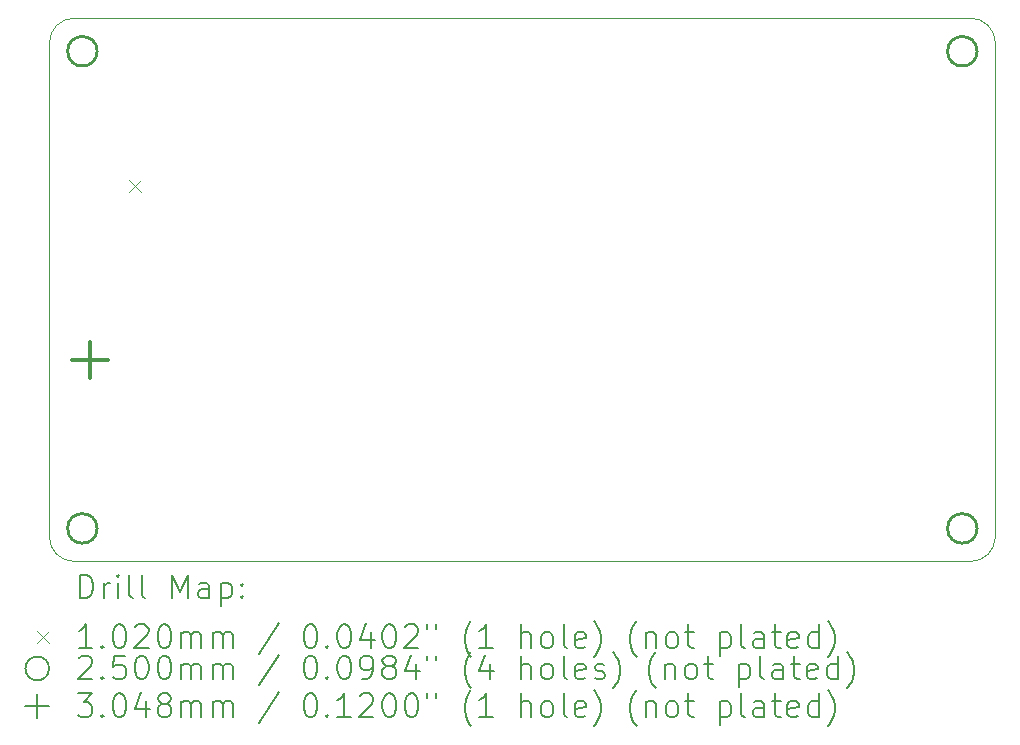
<source format=gbr>
%TF.GenerationSoftware,KiCad,Pcbnew,9.0.3*%
%TF.CreationDate,2025-08-14T10:37:31-07:00*%
%TF.ProjectId,PD Board,50442042-6f61-4726-942e-6b696361645f,rev?*%
%TF.SameCoordinates,Original*%
%TF.FileFunction,Drillmap*%
%TF.FilePolarity,Positive*%
%FSLAX45Y45*%
G04 Gerber Fmt 4.5, Leading zero omitted, Abs format (unit mm)*
G04 Created by KiCad (PCBNEW 9.0.3) date 2025-08-14 10:37:31*
%MOMM*%
%LPD*%
G01*
G04 APERTURE LIST*
%ADD10C,0.038100*%
%ADD11C,0.200000*%
%ADD12C,0.102000*%
%ADD13C,0.250000*%
%ADD14C,0.304800*%
G04 APERTURE END LIST*
D10*
X17000000Y-13690000D02*
G75*
G02*
X16790000Y-13900000I-210000J0D01*
G01*
X9200000Y-9300000D02*
X16790000Y-9300000D01*
X16790000Y-9300000D02*
G75*
G02*
X17000000Y-9510000I0J-210000D01*
G01*
X16790000Y-13900000D02*
X9200000Y-13900000D01*
X17000000Y-9510000D02*
X17000000Y-13690000D01*
X8990000Y-9510000D02*
G75*
G02*
X9200000Y-9300000I210000J0D01*
G01*
X8990000Y-13690000D02*
X8990000Y-9510000D01*
X9200000Y-13900000D02*
G75*
G02*
X8990000Y-13690000I0J210000D01*
G01*
D11*
D12*
X9665000Y-10673000D02*
X9767000Y-10775000D01*
X9767000Y-10673000D02*
X9665000Y-10775000D01*
D13*
X9395000Y-9580000D02*
G75*
G02*
X9145000Y-9580000I-125000J0D01*
G01*
X9145000Y-9580000D02*
G75*
G02*
X9395000Y-9580000I125000J0D01*
G01*
X9395000Y-13620000D02*
G75*
G02*
X9145000Y-13620000I-125000J0D01*
G01*
X9145000Y-13620000D02*
G75*
G02*
X9395000Y-13620000I125000J0D01*
G01*
X16845000Y-9580000D02*
G75*
G02*
X16595000Y-9580000I-125000J0D01*
G01*
X16595000Y-9580000D02*
G75*
G02*
X16845000Y-9580000I125000J0D01*
G01*
X16845000Y-13620000D02*
G75*
G02*
X16595000Y-13620000I-125000J0D01*
G01*
X16595000Y-13620000D02*
G75*
G02*
X16845000Y-13620000I125000J0D01*
G01*
D14*
X9334890Y-12044260D02*
X9334890Y-12349060D01*
X9182490Y-12196660D02*
X9487290Y-12196660D01*
D11*
X9248872Y-14213389D02*
X9248872Y-14013389D01*
X9248872Y-14013389D02*
X9296491Y-14013389D01*
X9296491Y-14013389D02*
X9325062Y-14022913D01*
X9325062Y-14022913D02*
X9344110Y-14041960D01*
X9344110Y-14041960D02*
X9353634Y-14061008D01*
X9353634Y-14061008D02*
X9363158Y-14099103D01*
X9363158Y-14099103D02*
X9363158Y-14127674D01*
X9363158Y-14127674D02*
X9353634Y-14165770D01*
X9353634Y-14165770D02*
X9344110Y-14184817D01*
X9344110Y-14184817D02*
X9325062Y-14203865D01*
X9325062Y-14203865D02*
X9296491Y-14213389D01*
X9296491Y-14213389D02*
X9248872Y-14213389D01*
X9448872Y-14213389D02*
X9448872Y-14080055D01*
X9448872Y-14118151D02*
X9458396Y-14099103D01*
X9458396Y-14099103D02*
X9467919Y-14089579D01*
X9467919Y-14089579D02*
X9486967Y-14080055D01*
X9486967Y-14080055D02*
X9506015Y-14080055D01*
X9572681Y-14213389D02*
X9572681Y-14080055D01*
X9572681Y-14013389D02*
X9563158Y-14022913D01*
X9563158Y-14022913D02*
X9572681Y-14032436D01*
X9572681Y-14032436D02*
X9582205Y-14022913D01*
X9582205Y-14022913D02*
X9572681Y-14013389D01*
X9572681Y-14013389D02*
X9572681Y-14032436D01*
X9696491Y-14213389D02*
X9677443Y-14203865D01*
X9677443Y-14203865D02*
X9667919Y-14184817D01*
X9667919Y-14184817D02*
X9667919Y-14013389D01*
X9801253Y-14213389D02*
X9782205Y-14203865D01*
X9782205Y-14203865D02*
X9772681Y-14184817D01*
X9772681Y-14184817D02*
X9772681Y-14013389D01*
X10029824Y-14213389D02*
X10029824Y-14013389D01*
X10029824Y-14013389D02*
X10096491Y-14156246D01*
X10096491Y-14156246D02*
X10163158Y-14013389D01*
X10163158Y-14013389D02*
X10163158Y-14213389D01*
X10344110Y-14213389D02*
X10344110Y-14108627D01*
X10344110Y-14108627D02*
X10334586Y-14089579D01*
X10334586Y-14089579D02*
X10315539Y-14080055D01*
X10315539Y-14080055D02*
X10277443Y-14080055D01*
X10277443Y-14080055D02*
X10258396Y-14089579D01*
X10344110Y-14203865D02*
X10325062Y-14213389D01*
X10325062Y-14213389D02*
X10277443Y-14213389D01*
X10277443Y-14213389D02*
X10258396Y-14203865D01*
X10258396Y-14203865D02*
X10248872Y-14184817D01*
X10248872Y-14184817D02*
X10248872Y-14165770D01*
X10248872Y-14165770D02*
X10258396Y-14146722D01*
X10258396Y-14146722D02*
X10277443Y-14137198D01*
X10277443Y-14137198D02*
X10325062Y-14137198D01*
X10325062Y-14137198D02*
X10344110Y-14127674D01*
X10439348Y-14080055D02*
X10439348Y-14280055D01*
X10439348Y-14089579D02*
X10458396Y-14080055D01*
X10458396Y-14080055D02*
X10496491Y-14080055D01*
X10496491Y-14080055D02*
X10515539Y-14089579D01*
X10515539Y-14089579D02*
X10525062Y-14099103D01*
X10525062Y-14099103D02*
X10534586Y-14118151D01*
X10534586Y-14118151D02*
X10534586Y-14175293D01*
X10534586Y-14175293D02*
X10525062Y-14194341D01*
X10525062Y-14194341D02*
X10515539Y-14203865D01*
X10515539Y-14203865D02*
X10496491Y-14213389D01*
X10496491Y-14213389D02*
X10458396Y-14213389D01*
X10458396Y-14213389D02*
X10439348Y-14203865D01*
X10620300Y-14194341D02*
X10629824Y-14203865D01*
X10629824Y-14203865D02*
X10620300Y-14213389D01*
X10620300Y-14213389D02*
X10610777Y-14203865D01*
X10610777Y-14203865D02*
X10620300Y-14194341D01*
X10620300Y-14194341D02*
X10620300Y-14213389D01*
X10620300Y-14089579D02*
X10629824Y-14099103D01*
X10629824Y-14099103D02*
X10620300Y-14108627D01*
X10620300Y-14108627D02*
X10610777Y-14099103D01*
X10610777Y-14099103D02*
X10620300Y-14089579D01*
X10620300Y-14089579D02*
X10620300Y-14108627D01*
D12*
X8886095Y-14490905D02*
X8988095Y-14592905D01*
X8988095Y-14490905D02*
X8886095Y-14592905D01*
D11*
X9353634Y-14633389D02*
X9239348Y-14633389D01*
X9296491Y-14633389D02*
X9296491Y-14433389D01*
X9296491Y-14433389D02*
X9277443Y-14461960D01*
X9277443Y-14461960D02*
X9258396Y-14481008D01*
X9258396Y-14481008D02*
X9239348Y-14490532D01*
X9439348Y-14614341D02*
X9448872Y-14623865D01*
X9448872Y-14623865D02*
X9439348Y-14633389D01*
X9439348Y-14633389D02*
X9429824Y-14623865D01*
X9429824Y-14623865D02*
X9439348Y-14614341D01*
X9439348Y-14614341D02*
X9439348Y-14633389D01*
X9572681Y-14433389D02*
X9591729Y-14433389D01*
X9591729Y-14433389D02*
X9610777Y-14442913D01*
X9610777Y-14442913D02*
X9620300Y-14452436D01*
X9620300Y-14452436D02*
X9629824Y-14471484D01*
X9629824Y-14471484D02*
X9639348Y-14509579D01*
X9639348Y-14509579D02*
X9639348Y-14557198D01*
X9639348Y-14557198D02*
X9629824Y-14595293D01*
X9629824Y-14595293D02*
X9620300Y-14614341D01*
X9620300Y-14614341D02*
X9610777Y-14623865D01*
X9610777Y-14623865D02*
X9591729Y-14633389D01*
X9591729Y-14633389D02*
X9572681Y-14633389D01*
X9572681Y-14633389D02*
X9553634Y-14623865D01*
X9553634Y-14623865D02*
X9544110Y-14614341D01*
X9544110Y-14614341D02*
X9534586Y-14595293D01*
X9534586Y-14595293D02*
X9525062Y-14557198D01*
X9525062Y-14557198D02*
X9525062Y-14509579D01*
X9525062Y-14509579D02*
X9534586Y-14471484D01*
X9534586Y-14471484D02*
X9544110Y-14452436D01*
X9544110Y-14452436D02*
X9553634Y-14442913D01*
X9553634Y-14442913D02*
X9572681Y-14433389D01*
X9715539Y-14452436D02*
X9725062Y-14442913D01*
X9725062Y-14442913D02*
X9744110Y-14433389D01*
X9744110Y-14433389D02*
X9791729Y-14433389D01*
X9791729Y-14433389D02*
X9810777Y-14442913D01*
X9810777Y-14442913D02*
X9820300Y-14452436D01*
X9820300Y-14452436D02*
X9829824Y-14471484D01*
X9829824Y-14471484D02*
X9829824Y-14490532D01*
X9829824Y-14490532D02*
X9820300Y-14519103D01*
X9820300Y-14519103D02*
X9706015Y-14633389D01*
X9706015Y-14633389D02*
X9829824Y-14633389D01*
X9953634Y-14433389D02*
X9972681Y-14433389D01*
X9972681Y-14433389D02*
X9991729Y-14442913D01*
X9991729Y-14442913D02*
X10001253Y-14452436D01*
X10001253Y-14452436D02*
X10010777Y-14471484D01*
X10010777Y-14471484D02*
X10020300Y-14509579D01*
X10020300Y-14509579D02*
X10020300Y-14557198D01*
X10020300Y-14557198D02*
X10010777Y-14595293D01*
X10010777Y-14595293D02*
X10001253Y-14614341D01*
X10001253Y-14614341D02*
X9991729Y-14623865D01*
X9991729Y-14623865D02*
X9972681Y-14633389D01*
X9972681Y-14633389D02*
X9953634Y-14633389D01*
X9953634Y-14633389D02*
X9934586Y-14623865D01*
X9934586Y-14623865D02*
X9925062Y-14614341D01*
X9925062Y-14614341D02*
X9915539Y-14595293D01*
X9915539Y-14595293D02*
X9906015Y-14557198D01*
X9906015Y-14557198D02*
X9906015Y-14509579D01*
X9906015Y-14509579D02*
X9915539Y-14471484D01*
X9915539Y-14471484D02*
X9925062Y-14452436D01*
X9925062Y-14452436D02*
X9934586Y-14442913D01*
X9934586Y-14442913D02*
X9953634Y-14433389D01*
X10106015Y-14633389D02*
X10106015Y-14500055D01*
X10106015Y-14519103D02*
X10115539Y-14509579D01*
X10115539Y-14509579D02*
X10134586Y-14500055D01*
X10134586Y-14500055D02*
X10163158Y-14500055D01*
X10163158Y-14500055D02*
X10182205Y-14509579D01*
X10182205Y-14509579D02*
X10191729Y-14528627D01*
X10191729Y-14528627D02*
X10191729Y-14633389D01*
X10191729Y-14528627D02*
X10201253Y-14509579D01*
X10201253Y-14509579D02*
X10220300Y-14500055D01*
X10220300Y-14500055D02*
X10248872Y-14500055D01*
X10248872Y-14500055D02*
X10267920Y-14509579D01*
X10267920Y-14509579D02*
X10277443Y-14528627D01*
X10277443Y-14528627D02*
X10277443Y-14633389D01*
X10372681Y-14633389D02*
X10372681Y-14500055D01*
X10372681Y-14519103D02*
X10382205Y-14509579D01*
X10382205Y-14509579D02*
X10401253Y-14500055D01*
X10401253Y-14500055D02*
X10429824Y-14500055D01*
X10429824Y-14500055D02*
X10448872Y-14509579D01*
X10448872Y-14509579D02*
X10458396Y-14528627D01*
X10458396Y-14528627D02*
X10458396Y-14633389D01*
X10458396Y-14528627D02*
X10467920Y-14509579D01*
X10467920Y-14509579D02*
X10486967Y-14500055D01*
X10486967Y-14500055D02*
X10515539Y-14500055D01*
X10515539Y-14500055D02*
X10534586Y-14509579D01*
X10534586Y-14509579D02*
X10544110Y-14528627D01*
X10544110Y-14528627D02*
X10544110Y-14633389D01*
X10934586Y-14423865D02*
X10763158Y-14681008D01*
X11191729Y-14433389D02*
X11210777Y-14433389D01*
X11210777Y-14433389D02*
X11229824Y-14442913D01*
X11229824Y-14442913D02*
X11239348Y-14452436D01*
X11239348Y-14452436D02*
X11248872Y-14471484D01*
X11248872Y-14471484D02*
X11258396Y-14509579D01*
X11258396Y-14509579D02*
X11258396Y-14557198D01*
X11258396Y-14557198D02*
X11248872Y-14595293D01*
X11248872Y-14595293D02*
X11239348Y-14614341D01*
X11239348Y-14614341D02*
X11229824Y-14623865D01*
X11229824Y-14623865D02*
X11210777Y-14633389D01*
X11210777Y-14633389D02*
X11191729Y-14633389D01*
X11191729Y-14633389D02*
X11172682Y-14623865D01*
X11172682Y-14623865D02*
X11163158Y-14614341D01*
X11163158Y-14614341D02*
X11153634Y-14595293D01*
X11153634Y-14595293D02*
X11144110Y-14557198D01*
X11144110Y-14557198D02*
X11144110Y-14509579D01*
X11144110Y-14509579D02*
X11153634Y-14471484D01*
X11153634Y-14471484D02*
X11163158Y-14452436D01*
X11163158Y-14452436D02*
X11172682Y-14442913D01*
X11172682Y-14442913D02*
X11191729Y-14433389D01*
X11344110Y-14614341D02*
X11353634Y-14623865D01*
X11353634Y-14623865D02*
X11344110Y-14633389D01*
X11344110Y-14633389D02*
X11334586Y-14623865D01*
X11334586Y-14623865D02*
X11344110Y-14614341D01*
X11344110Y-14614341D02*
X11344110Y-14633389D01*
X11477443Y-14433389D02*
X11496491Y-14433389D01*
X11496491Y-14433389D02*
X11515539Y-14442913D01*
X11515539Y-14442913D02*
X11525062Y-14452436D01*
X11525062Y-14452436D02*
X11534586Y-14471484D01*
X11534586Y-14471484D02*
X11544110Y-14509579D01*
X11544110Y-14509579D02*
X11544110Y-14557198D01*
X11544110Y-14557198D02*
X11534586Y-14595293D01*
X11534586Y-14595293D02*
X11525062Y-14614341D01*
X11525062Y-14614341D02*
X11515539Y-14623865D01*
X11515539Y-14623865D02*
X11496491Y-14633389D01*
X11496491Y-14633389D02*
X11477443Y-14633389D01*
X11477443Y-14633389D02*
X11458396Y-14623865D01*
X11458396Y-14623865D02*
X11448872Y-14614341D01*
X11448872Y-14614341D02*
X11439348Y-14595293D01*
X11439348Y-14595293D02*
X11429824Y-14557198D01*
X11429824Y-14557198D02*
X11429824Y-14509579D01*
X11429824Y-14509579D02*
X11439348Y-14471484D01*
X11439348Y-14471484D02*
X11448872Y-14452436D01*
X11448872Y-14452436D02*
X11458396Y-14442913D01*
X11458396Y-14442913D02*
X11477443Y-14433389D01*
X11715539Y-14500055D02*
X11715539Y-14633389D01*
X11667920Y-14423865D02*
X11620301Y-14566722D01*
X11620301Y-14566722D02*
X11744110Y-14566722D01*
X11858396Y-14433389D02*
X11877443Y-14433389D01*
X11877443Y-14433389D02*
X11896491Y-14442913D01*
X11896491Y-14442913D02*
X11906015Y-14452436D01*
X11906015Y-14452436D02*
X11915539Y-14471484D01*
X11915539Y-14471484D02*
X11925062Y-14509579D01*
X11925062Y-14509579D02*
X11925062Y-14557198D01*
X11925062Y-14557198D02*
X11915539Y-14595293D01*
X11915539Y-14595293D02*
X11906015Y-14614341D01*
X11906015Y-14614341D02*
X11896491Y-14623865D01*
X11896491Y-14623865D02*
X11877443Y-14633389D01*
X11877443Y-14633389D02*
X11858396Y-14633389D01*
X11858396Y-14633389D02*
X11839348Y-14623865D01*
X11839348Y-14623865D02*
X11829824Y-14614341D01*
X11829824Y-14614341D02*
X11820301Y-14595293D01*
X11820301Y-14595293D02*
X11810777Y-14557198D01*
X11810777Y-14557198D02*
X11810777Y-14509579D01*
X11810777Y-14509579D02*
X11820301Y-14471484D01*
X11820301Y-14471484D02*
X11829824Y-14452436D01*
X11829824Y-14452436D02*
X11839348Y-14442913D01*
X11839348Y-14442913D02*
X11858396Y-14433389D01*
X12001253Y-14452436D02*
X12010777Y-14442913D01*
X12010777Y-14442913D02*
X12029824Y-14433389D01*
X12029824Y-14433389D02*
X12077443Y-14433389D01*
X12077443Y-14433389D02*
X12096491Y-14442913D01*
X12096491Y-14442913D02*
X12106015Y-14452436D01*
X12106015Y-14452436D02*
X12115539Y-14471484D01*
X12115539Y-14471484D02*
X12115539Y-14490532D01*
X12115539Y-14490532D02*
X12106015Y-14519103D01*
X12106015Y-14519103D02*
X11991729Y-14633389D01*
X11991729Y-14633389D02*
X12115539Y-14633389D01*
X12191729Y-14433389D02*
X12191729Y-14471484D01*
X12267920Y-14433389D02*
X12267920Y-14471484D01*
X12563158Y-14709579D02*
X12553634Y-14700055D01*
X12553634Y-14700055D02*
X12534586Y-14671484D01*
X12534586Y-14671484D02*
X12525063Y-14652436D01*
X12525063Y-14652436D02*
X12515539Y-14623865D01*
X12515539Y-14623865D02*
X12506015Y-14576246D01*
X12506015Y-14576246D02*
X12506015Y-14538151D01*
X12506015Y-14538151D02*
X12515539Y-14490532D01*
X12515539Y-14490532D02*
X12525063Y-14461960D01*
X12525063Y-14461960D02*
X12534586Y-14442913D01*
X12534586Y-14442913D02*
X12553634Y-14414341D01*
X12553634Y-14414341D02*
X12563158Y-14404817D01*
X12744110Y-14633389D02*
X12629824Y-14633389D01*
X12686967Y-14633389D02*
X12686967Y-14433389D01*
X12686967Y-14433389D02*
X12667920Y-14461960D01*
X12667920Y-14461960D02*
X12648872Y-14481008D01*
X12648872Y-14481008D02*
X12629824Y-14490532D01*
X12982205Y-14633389D02*
X12982205Y-14433389D01*
X13067920Y-14633389D02*
X13067920Y-14528627D01*
X13067920Y-14528627D02*
X13058396Y-14509579D01*
X13058396Y-14509579D02*
X13039348Y-14500055D01*
X13039348Y-14500055D02*
X13010777Y-14500055D01*
X13010777Y-14500055D02*
X12991729Y-14509579D01*
X12991729Y-14509579D02*
X12982205Y-14519103D01*
X13191729Y-14633389D02*
X13172682Y-14623865D01*
X13172682Y-14623865D02*
X13163158Y-14614341D01*
X13163158Y-14614341D02*
X13153634Y-14595293D01*
X13153634Y-14595293D02*
X13153634Y-14538151D01*
X13153634Y-14538151D02*
X13163158Y-14519103D01*
X13163158Y-14519103D02*
X13172682Y-14509579D01*
X13172682Y-14509579D02*
X13191729Y-14500055D01*
X13191729Y-14500055D02*
X13220301Y-14500055D01*
X13220301Y-14500055D02*
X13239348Y-14509579D01*
X13239348Y-14509579D02*
X13248872Y-14519103D01*
X13248872Y-14519103D02*
X13258396Y-14538151D01*
X13258396Y-14538151D02*
X13258396Y-14595293D01*
X13258396Y-14595293D02*
X13248872Y-14614341D01*
X13248872Y-14614341D02*
X13239348Y-14623865D01*
X13239348Y-14623865D02*
X13220301Y-14633389D01*
X13220301Y-14633389D02*
X13191729Y-14633389D01*
X13372682Y-14633389D02*
X13353634Y-14623865D01*
X13353634Y-14623865D02*
X13344110Y-14604817D01*
X13344110Y-14604817D02*
X13344110Y-14433389D01*
X13525063Y-14623865D02*
X13506015Y-14633389D01*
X13506015Y-14633389D02*
X13467920Y-14633389D01*
X13467920Y-14633389D02*
X13448872Y-14623865D01*
X13448872Y-14623865D02*
X13439348Y-14604817D01*
X13439348Y-14604817D02*
X13439348Y-14528627D01*
X13439348Y-14528627D02*
X13448872Y-14509579D01*
X13448872Y-14509579D02*
X13467920Y-14500055D01*
X13467920Y-14500055D02*
X13506015Y-14500055D01*
X13506015Y-14500055D02*
X13525063Y-14509579D01*
X13525063Y-14509579D02*
X13534586Y-14528627D01*
X13534586Y-14528627D02*
X13534586Y-14547674D01*
X13534586Y-14547674D02*
X13439348Y-14566722D01*
X13601253Y-14709579D02*
X13610777Y-14700055D01*
X13610777Y-14700055D02*
X13629825Y-14671484D01*
X13629825Y-14671484D02*
X13639348Y-14652436D01*
X13639348Y-14652436D02*
X13648872Y-14623865D01*
X13648872Y-14623865D02*
X13658396Y-14576246D01*
X13658396Y-14576246D02*
X13658396Y-14538151D01*
X13658396Y-14538151D02*
X13648872Y-14490532D01*
X13648872Y-14490532D02*
X13639348Y-14461960D01*
X13639348Y-14461960D02*
X13629825Y-14442913D01*
X13629825Y-14442913D02*
X13610777Y-14414341D01*
X13610777Y-14414341D02*
X13601253Y-14404817D01*
X13963158Y-14709579D02*
X13953634Y-14700055D01*
X13953634Y-14700055D02*
X13934586Y-14671484D01*
X13934586Y-14671484D02*
X13925063Y-14652436D01*
X13925063Y-14652436D02*
X13915539Y-14623865D01*
X13915539Y-14623865D02*
X13906015Y-14576246D01*
X13906015Y-14576246D02*
X13906015Y-14538151D01*
X13906015Y-14538151D02*
X13915539Y-14490532D01*
X13915539Y-14490532D02*
X13925063Y-14461960D01*
X13925063Y-14461960D02*
X13934586Y-14442913D01*
X13934586Y-14442913D02*
X13953634Y-14414341D01*
X13953634Y-14414341D02*
X13963158Y-14404817D01*
X14039348Y-14500055D02*
X14039348Y-14633389D01*
X14039348Y-14519103D02*
X14048872Y-14509579D01*
X14048872Y-14509579D02*
X14067920Y-14500055D01*
X14067920Y-14500055D02*
X14096491Y-14500055D01*
X14096491Y-14500055D02*
X14115539Y-14509579D01*
X14115539Y-14509579D02*
X14125063Y-14528627D01*
X14125063Y-14528627D02*
X14125063Y-14633389D01*
X14248872Y-14633389D02*
X14229825Y-14623865D01*
X14229825Y-14623865D02*
X14220301Y-14614341D01*
X14220301Y-14614341D02*
X14210777Y-14595293D01*
X14210777Y-14595293D02*
X14210777Y-14538151D01*
X14210777Y-14538151D02*
X14220301Y-14519103D01*
X14220301Y-14519103D02*
X14229825Y-14509579D01*
X14229825Y-14509579D02*
X14248872Y-14500055D01*
X14248872Y-14500055D02*
X14277444Y-14500055D01*
X14277444Y-14500055D02*
X14296491Y-14509579D01*
X14296491Y-14509579D02*
X14306015Y-14519103D01*
X14306015Y-14519103D02*
X14315539Y-14538151D01*
X14315539Y-14538151D02*
X14315539Y-14595293D01*
X14315539Y-14595293D02*
X14306015Y-14614341D01*
X14306015Y-14614341D02*
X14296491Y-14623865D01*
X14296491Y-14623865D02*
X14277444Y-14633389D01*
X14277444Y-14633389D02*
X14248872Y-14633389D01*
X14372682Y-14500055D02*
X14448872Y-14500055D01*
X14401253Y-14433389D02*
X14401253Y-14604817D01*
X14401253Y-14604817D02*
X14410777Y-14623865D01*
X14410777Y-14623865D02*
X14429825Y-14633389D01*
X14429825Y-14633389D02*
X14448872Y-14633389D01*
X14667920Y-14500055D02*
X14667920Y-14700055D01*
X14667920Y-14509579D02*
X14686967Y-14500055D01*
X14686967Y-14500055D02*
X14725063Y-14500055D01*
X14725063Y-14500055D02*
X14744110Y-14509579D01*
X14744110Y-14509579D02*
X14753634Y-14519103D01*
X14753634Y-14519103D02*
X14763158Y-14538151D01*
X14763158Y-14538151D02*
X14763158Y-14595293D01*
X14763158Y-14595293D02*
X14753634Y-14614341D01*
X14753634Y-14614341D02*
X14744110Y-14623865D01*
X14744110Y-14623865D02*
X14725063Y-14633389D01*
X14725063Y-14633389D02*
X14686967Y-14633389D01*
X14686967Y-14633389D02*
X14667920Y-14623865D01*
X14877444Y-14633389D02*
X14858396Y-14623865D01*
X14858396Y-14623865D02*
X14848872Y-14604817D01*
X14848872Y-14604817D02*
X14848872Y-14433389D01*
X15039348Y-14633389D02*
X15039348Y-14528627D01*
X15039348Y-14528627D02*
X15029825Y-14509579D01*
X15029825Y-14509579D02*
X15010777Y-14500055D01*
X15010777Y-14500055D02*
X14972682Y-14500055D01*
X14972682Y-14500055D02*
X14953634Y-14509579D01*
X15039348Y-14623865D02*
X15020301Y-14633389D01*
X15020301Y-14633389D02*
X14972682Y-14633389D01*
X14972682Y-14633389D02*
X14953634Y-14623865D01*
X14953634Y-14623865D02*
X14944110Y-14604817D01*
X14944110Y-14604817D02*
X14944110Y-14585770D01*
X14944110Y-14585770D02*
X14953634Y-14566722D01*
X14953634Y-14566722D02*
X14972682Y-14557198D01*
X14972682Y-14557198D02*
X15020301Y-14557198D01*
X15020301Y-14557198D02*
X15039348Y-14547674D01*
X15106015Y-14500055D02*
X15182206Y-14500055D01*
X15134587Y-14433389D02*
X15134587Y-14604817D01*
X15134587Y-14604817D02*
X15144110Y-14623865D01*
X15144110Y-14623865D02*
X15163158Y-14633389D01*
X15163158Y-14633389D02*
X15182206Y-14633389D01*
X15325063Y-14623865D02*
X15306015Y-14633389D01*
X15306015Y-14633389D02*
X15267920Y-14633389D01*
X15267920Y-14633389D02*
X15248872Y-14623865D01*
X15248872Y-14623865D02*
X15239348Y-14604817D01*
X15239348Y-14604817D02*
X15239348Y-14528627D01*
X15239348Y-14528627D02*
X15248872Y-14509579D01*
X15248872Y-14509579D02*
X15267920Y-14500055D01*
X15267920Y-14500055D02*
X15306015Y-14500055D01*
X15306015Y-14500055D02*
X15325063Y-14509579D01*
X15325063Y-14509579D02*
X15334587Y-14528627D01*
X15334587Y-14528627D02*
X15334587Y-14547674D01*
X15334587Y-14547674D02*
X15239348Y-14566722D01*
X15506015Y-14633389D02*
X15506015Y-14433389D01*
X15506015Y-14623865D02*
X15486968Y-14633389D01*
X15486968Y-14633389D02*
X15448872Y-14633389D01*
X15448872Y-14633389D02*
X15429825Y-14623865D01*
X15429825Y-14623865D02*
X15420301Y-14614341D01*
X15420301Y-14614341D02*
X15410777Y-14595293D01*
X15410777Y-14595293D02*
X15410777Y-14538151D01*
X15410777Y-14538151D02*
X15420301Y-14519103D01*
X15420301Y-14519103D02*
X15429825Y-14509579D01*
X15429825Y-14509579D02*
X15448872Y-14500055D01*
X15448872Y-14500055D02*
X15486968Y-14500055D01*
X15486968Y-14500055D02*
X15506015Y-14509579D01*
X15582206Y-14709579D02*
X15591729Y-14700055D01*
X15591729Y-14700055D02*
X15610777Y-14671484D01*
X15610777Y-14671484D02*
X15620301Y-14652436D01*
X15620301Y-14652436D02*
X15629825Y-14623865D01*
X15629825Y-14623865D02*
X15639348Y-14576246D01*
X15639348Y-14576246D02*
X15639348Y-14538151D01*
X15639348Y-14538151D02*
X15629825Y-14490532D01*
X15629825Y-14490532D02*
X15620301Y-14461960D01*
X15620301Y-14461960D02*
X15610777Y-14442913D01*
X15610777Y-14442913D02*
X15591729Y-14414341D01*
X15591729Y-14414341D02*
X15582206Y-14404817D01*
X8988095Y-14805905D02*
G75*
G02*
X8788095Y-14805905I-100000J0D01*
G01*
X8788095Y-14805905D02*
G75*
G02*
X8988095Y-14805905I100000J0D01*
G01*
X9239348Y-14716436D02*
X9248872Y-14706913D01*
X9248872Y-14706913D02*
X9267919Y-14697389D01*
X9267919Y-14697389D02*
X9315539Y-14697389D01*
X9315539Y-14697389D02*
X9334586Y-14706913D01*
X9334586Y-14706913D02*
X9344110Y-14716436D01*
X9344110Y-14716436D02*
X9353634Y-14735484D01*
X9353634Y-14735484D02*
X9353634Y-14754532D01*
X9353634Y-14754532D02*
X9344110Y-14783103D01*
X9344110Y-14783103D02*
X9229824Y-14897389D01*
X9229824Y-14897389D02*
X9353634Y-14897389D01*
X9439348Y-14878341D02*
X9448872Y-14887865D01*
X9448872Y-14887865D02*
X9439348Y-14897389D01*
X9439348Y-14897389D02*
X9429824Y-14887865D01*
X9429824Y-14887865D02*
X9439348Y-14878341D01*
X9439348Y-14878341D02*
X9439348Y-14897389D01*
X9629824Y-14697389D02*
X9534586Y-14697389D01*
X9534586Y-14697389D02*
X9525062Y-14792627D01*
X9525062Y-14792627D02*
X9534586Y-14783103D01*
X9534586Y-14783103D02*
X9553634Y-14773579D01*
X9553634Y-14773579D02*
X9601253Y-14773579D01*
X9601253Y-14773579D02*
X9620300Y-14783103D01*
X9620300Y-14783103D02*
X9629824Y-14792627D01*
X9629824Y-14792627D02*
X9639348Y-14811674D01*
X9639348Y-14811674D02*
X9639348Y-14859293D01*
X9639348Y-14859293D02*
X9629824Y-14878341D01*
X9629824Y-14878341D02*
X9620300Y-14887865D01*
X9620300Y-14887865D02*
X9601253Y-14897389D01*
X9601253Y-14897389D02*
X9553634Y-14897389D01*
X9553634Y-14897389D02*
X9534586Y-14887865D01*
X9534586Y-14887865D02*
X9525062Y-14878341D01*
X9763158Y-14697389D02*
X9782205Y-14697389D01*
X9782205Y-14697389D02*
X9801253Y-14706913D01*
X9801253Y-14706913D02*
X9810777Y-14716436D01*
X9810777Y-14716436D02*
X9820300Y-14735484D01*
X9820300Y-14735484D02*
X9829824Y-14773579D01*
X9829824Y-14773579D02*
X9829824Y-14821198D01*
X9829824Y-14821198D02*
X9820300Y-14859293D01*
X9820300Y-14859293D02*
X9810777Y-14878341D01*
X9810777Y-14878341D02*
X9801253Y-14887865D01*
X9801253Y-14887865D02*
X9782205Y-14897389D01*
X9782205Y-14897389D02*
X9763158Y-14897389D01*
X9763158Y-14897389D02*
X9744110Y-14887865D01*
X9744110Y-14887865D02*
X9734586Y-14878341D01*
X9734586Y-14878341D02*
X9725062Y-14859293D01*
X9725062Y-14859293D02*
X9715539Y-14821198D01*
X9715539Y-14821198D02*
X9715539Y-14773579D01*
X9715539Y-14773579D02*
X9725062Y-14735484D01*
X9725062Y-14735484D02*
X9734586Y-14716436D01*
X9734586Y-14716436D02*
X9744110Y-14706913D01*
X9744110Y-14706913D02*
X9763158Y-14697389D01*
X9953634Y-14697389D02*
X9972681Y-14697389D01*
X9972681Y-14697389D02*
X9991729Y-14706913D01*
X9991729Y-14706913D02*
X10001253Y-14716436D01*
X10001253Y-14716436D02*
X10010777Y-14735484D01*
X10010777Y-14735484D02*
X10020300Y-14773579D01*
X10020300Y-14773579D02*
X10020300Y-14821198D01*
X10020300Y-14821198D02*
X10010777Y-14859293D01*
X10010777Y-14859293D02*
X10001253Y-14878341D01*
X10001253Y-14878341D02*
X9991729Y-14887865D01*
X9991729Y-14887865D02*
X9972681Y-14897389D01*
X9972681Y-14897389D02*
X9953634Y-14897389D01*
X9953634Y-14897389D02*
X9934586Y-14887865D01*
X9934586Y-14887865D02*
X9925062Y-14878341D01*
X9925062Y-14878341D02*
X9915539Y-14859293D01*
X9915539Y-14859293D02*
X9906015Y-14821198D01*
X9906015Y-14821198D02*
X9906015Y-14773579D01*
X9906015Y-14773579D02*
X9915539Y-14735484D01*
X9915539Y-14735484D02*
X9925062Y-14716436D01*
X9925062Y-14716436D02*
X9934586Y-14706913D01*
X9934586Y-14706913D02*
X9953634Y-14697389D01*
X10106015Y-14897389D02*
X10106015Y-14764055D01*
X10106015Y-14783103D02*
X10115539Y-14773579D01*
X10115539Y-14773579D02*
X10134586Y-14764055D01*
X10134586Y-14764055D02*
X10163158Y-14764055D01*
X10163158Y-14764055D02*
X10182205Y-14773579D01*
X10182205Y-14773579D02*
X10191729Y-14792627D01*
X10191729Y-14792627D02*
X10191729Y-14897389D01*
X10191729Y-14792627D02*
X10201253Y-14773579D01*
X10201253Y-14773579D02*
X10220300Y-14764055D01*
X10220300Y-14764055D02*
X10248872Y-14764055D01*
X10248872Y-14764055D02*
X10267920Y-14773579D01*
X10267920Y-14773579D02*
X10277443Y-14792627D01*
X10277443Y-14792627D02*
X10277443Y-14897389D01*
X10372681Y-14897389D02*
X10372681Y-14764055D01*
X10372681Y-14783103D02*
X10382205Y-14773579D01*
X10382205Y-14773579D02*
X10401253Y-14764055D01*
X10401253Y-14764055D02*
X10429824Y-14764055D01*
X10429824Y-14764055D02*
X10448872Y-14773579D01*
X10448872Y-14773579D02*
X10458396Y-14792627D01*
X10458396Y-14792627D02*
X10458396Y-14897389D01*
X10458396Y-14792627D02*
X10467920Y-14773579D01*
X10467920Y-14773579D02*
X10486967Y-14764055D01*
X10486967Y-14764055D02*
X10515539Y-14764055D01*
X10515539Y-14764055D02*
X10534586Y-14773579D01*
X10534586Y-14773579D02*
X10544110Y-14792627D01*
X10544110Y-14792627D02*
X10544110Y-14897389D01*
X10934586Y-14687865D02*
X10763158Y-14945008D01*
X11191729Y-14697389D02*
X11210777Y-14697389D01*
X11210777Y-14697389D02*
X11229824Y-14706913D01*
X11229824Y-14706913D02*
X11239348Y-14716436D01*
X11239348Y-14716436D02*
X11248872Y-14735484D01*
X11248872Y-14735484D02*
X11258396Y-14773579D01*
X11258396Y-14773579D02*
X11258396Y-14821198D01*
X11258396Y-14821198D02*
X11248872Y-14859293D01*
X11248872Y-14859293D02*
X11239348Y-14878341D01*
X11239348Y-14878341D02*
X11229824Y-14887865D01*
X11229824Y-14887865D02*
X11210777Y-14897389D01*
X11210777Y-14897389D02*
X11191729Y-14897389D01*
X11191729Y-14897389D02*
X11172682Y-14887865D01*
X11172682Y-14887865D02*
X11163158Y-14878341D01*
X11163158Y-14878341D02*
X11153634Y-14859293D01*
X11153634Y-14859293D02*
X11144110Y-14821198D01*
X11144110Y-14821198D02*
X11144110Y-14773579D01*
X11144110Y-14773579D02*
X11153634Y-14735484D01*
X11153634Y-14735484D02*
X11163158Y-14716436D01*
X11163158Y-14716436D02*
X11172682Y-14706913D01*
X11172682Y-14706913D02*
X11191729Y-14697389D01*
X11344110Y-14878341D02*
X11353634Y-14887865D01*
X11353634Y-14887865D02*
X11344110Y-14897389D01*
X11344110Y-14897389D02*
X11334586Y-14887865D01*
X11334586Y-14887865D02*
X11344110Y-14878341D01*
X11344110Y-14878341D02*
X11344110Y-14897389D01*
X11477443Y-14697389D02*
X11496491Y-14697389D01*
X11496491Y-14697389D02*
X11515539Y-14706913D01*
X11515539Y-14706913D02*
X11525062Y-14716436D01*
X11525062Y-14716436D02*
X11534586Y-14735484D01*
X11534586Y-14735484D02*
X11544110Y-14773579D01*
X11544110Y-14773579D02*
X11544110Y-14821198D01*
X11544110Y-14821198D02*
X11534586Y-14859293D01*
X11534586Y-14859293D02*
X11525062Y-14878341D01*
X11525062Y-14878341D02*
X11515539Y-14887865D01*
X11515539Y-14887865D02*
X11496491Y-14897389D01*
X11496491Y-14897389D02*
X11477443Y-14897389D01*
X11477443Y-14897389D02*
X11458396Y-14887865D01*
X11458396Y-14887865D02*
X11448872Y-14878341D01*
X11448872Y-14878341D02*
X11439348Y-14859293D01*
X11439348Y-14859293D02*
X11429824Y-14821198D01*
X11429824Y-14821198D02*
X11429824Y-14773579D01*
X11429824Y-14773579D02*
X11439348Y-14735484D01*
X11439348Y-14735484D02*
X11448872Y-14716436D01*
X11448872Y-14716436D02*
X11458396Y-14706913D01*
X11458396Y-14706913D02*
X11477443Y-14697389D01*
X11639348Y-14897389D02*
X11677443Y-14897389D01*
X11677443Y-14897389D02*
X11696491Y-14887865D01*
X11696491Y-14887865D02*
X11706015Y-14878341D01*
X11706015Y-14878341D02*
X11725062Y-14849770D01*
X11725062Y-14849770D02*
X11734586Y-14811674D01*
X11734586Y-14811674D02*
X11734586Y-14735484D01*
X11734586Y-14735484D02*
X11725062Y-14716436D01*
X11725062Y-14716436D02*
X11715539Y-14706913D01*
X11715539Y-14706913D02*
X11696491Y-14697389D01*
X11696491Y-14697389D02*
X11658396Y-14697389D01*
X11658396Y-14697389D02*
X11639348Y-14706913D01*
X11639348Y-14706913D02*
X11629824Y-14716436D01*
X11629824Y-14716436D02*
X11620301Y-14735484D01*
X11620301Y-14735484D02*
X11620301Y-14783103D01*
X11620301Y-14783103D02*
X11629824Y-14802151D01*
X11629824Y-14802151D02*
X11639348Y-14811674D01*
X11639348Y-14811674D02*
X11658396Y-14821198D01*
X11658396Y-14821198D02*
X11696491Y-14821198D01*
X11696491Y-14821198D02*
X11715539Y-14811674D01*
X11715539Y-14811674D02*
X11725062Y-14802151D01*
X11725062Y-14802151D02*
X11734586Y-14783103D01*
X11848872Y-14783103D02*
X11829824Y-14773579D01*
X11829824Y-14773579D02*
X11820301Y-14764055D01*
X11820301Y-14764055D02*
X11810777Y-14745008D01*
X11810777Y-14745008D02*
X11810777Y-14735484D01*
X11810777Y-14735484D02*
X11820301Y-14716436D01*
X11820301Y-14716436D02*
X11829824Y-14706913D01*
X11829824Y-14706913D02*
X11848872Y-14697389D01*
X11848872Y-14697389D02*
X11886967Y-14697389D01*
X11886967Y-14697389D02*
X11906015Y-14706913D01*
X11906015Y-14706913D02*
X11915539Y-14716436D01*
X11915539Y-14716436D02*
X11925062Y-14735484D01*
X11925062Y-14735484D02*
X11925062Y-14745008D01*
X11925062Y-14745008D02*
X11915539Y-14764055D01*
X11915539Y-14764055D02*
X11906015Y-14773579D01*
X11906015Y-14773579D02*
X11886967Y-14783103D01*
X11886967Y-14783103D02*
X11848872Y-14783103D01*
X11848872Y-14783103D02*
X11829824Y-14792627D01*
X11829824Y-14792627D02*
X11820301Y-14802151D01*
X11820301Y-14802151D02*
X11810777Y-14821198D01*
X11810777Y-14821198D02*
X11810777Y-14859293D01*
X11810777Y-14859293D02*
X11820301Y-14878341D01*
X11820301Y-14878341D02*
X11829824Y-14887865D01*
X11829824Y-14887865D02*
X11848872Y-14897389D01*
X11848872Y-14897389D02*
X11886967Y-14897389D01*
X11886967Y-14897389D02*
X11906015Y-14887865D01*
X11906015Y-14887865D02*
X11915539Y-14878341D01*
X11915539Y-14878341D02*
X11925062Y-14859293D01*
X11925062Y-14859293D02*
X11925062Y-14821198D01*
X11925062Y-14821198D02*
X11915539Y-14802151D01*
X11915539Y-14802151D02*
X11906015Y-14792627D01*
X11906015Y-14792627D02*
X11886967Y-14783103D01*
X12096491Y-14764055D02*
X12096491Y-14897389D01*
X12048872Y-14687865D02*
X12001253Y-14830722D01*
X12001253Y-14830722D02*
X12125062Y-14830722D01*
X12191729Y-14697389D02*
X12191729Y-14735484D01*
X12267920Y-14697389D02*
X12267920Y-14735484D01*
X12563158Y-14973579D02*
X12553634Y-14964055D01*
X12553634Y-14964055D02*
X12534586Y-14935484D01*
X12534586Y-14935484D02*
X12525063Y-14916436D01*
X12525063Y-14916436D02*
X12515539Y-14887865D01*
X12515539Y-14887865D02*
X12506015Y-14840246D01*
X12506015Y-14840246D02*
X12506015Y-14802151D01*
X12506015Y-14802151D02*
X12515539Y-14754532D01*
X12515539Y-14754532D02*
X12525063Y-14725960D01*
X12525063Y-14725960D02*
X12534586Y-14706913D01*
X12534586Y-14706913D02*
X12553634Y-14678341D01*
X12553634Y-14678341D02*
X12563158Y-14668817D01*
X12725063Y-14764055D02*
X12725063Y-14897389D01*
X12677443Y-14687865D02*
X12629824Y-14830722D01*
X12629824Y-14830722D02*
X12753634Y-14830722D01*
X12982205Y-14897389D02*
X12982205Y-14697389D01*
X13067920Y-14897389D02*
X13067920Y-14792627D01*
X13067920Y-14792627D02*
X13058396Y-14773579D01*
X13058396Y-14773579D02*
X13039348Y-14764055D01*
X13039348Y-14764055D02*
X13010777Y-14764055D01*
X13010777Y-14764055D02*
X12991729Y-14773579D01*
X12991729Y-14773579D02*
X12982205Y-14783103D01*
X13191729Y-14897389D02*
X13172682Y-14887865D01*
X13172682Y-14887865D02*
X13163158Y-14878341D01*
X13163158Y-14878341D02*
X13153634Y-14859293D01*
X13153634Y-14859293D02*
X13153634Y-14802151D01*
X13153634Y-14802151D02*
X13163158Y-14783103D01*
X13163158Y-14783103D02*
X13172682Y-14773579D01*
X13172682Y-14773579D02*
X13191729Y-14764055D01*
X13191729Y-14764055D02*
X13220301Y-14764055D01*
X13220301Y-14764055D02*
X13239348Y-14773579D01*
X13239348Y-14773579D02*
X13248872Y-14783103D01*
X13248872Y-14783103D02*
X13258396Y-14802151D01*
X13258396Y-14802151D02*
X13258396Y-14859293D01*
X13258396Y-14859293D02*
X13248872Y-14878341D01*
X13248872Y-14878341D02*
X13239348Y-14887865D01*
X13239348Y-14887865D02*
X13220301Y-14897389D01*
X13220301Y-14897389D02*
X13191729Y-14897389D01*
X13372682Y-14897389D02*
X13353634Y-14887865D01*
X13353634Y-14887865D02*
X13344110Y-14868817D01*
X13344110Y-14868817D02*
X13344110Y-14697389D01*
X13525063Y-14887865D02*
X13506015Y-14897389D01*
X13506015Y-14897389D02*
X13467920Y-14897389D01*
X13467920Y-14897389D02*
X13448872Y-14887865D01*
X13448872Y-14887865D02*
X13439348Y-14868817D01*
X13439348Y-14868817D02*
X13439348Y-14792627D01*
X13439348Y-14792627D02*
X13448872Y-14773579D01*
X13448872Y-14773579D02*
X13467920Y-14764055D01*
X13467920Y-14764055D02*
X13506015Y-14764055D01*
X13506015Y-14764055D02*
X13525063Y-14773579D01*
X13525063Y-14773579D02*
X13534586Y-14792627D01*
X13534586Y-14792627D02*
X13534586Y-14811674D01*
X13534586Y-14811674D02*
X13439348Y-14830722D01*
X13610777Y-14887865D02*
X13629825Y-14897389D01*
X13629825Y-14897389D02*
X13667920Y-14897389D01*
X13667920Y-14897389D02*
X13686967Y-14887865D01*
X13686967Y-14887865D02*
X13696491Y-14868817D01*
X13696491Y-14868817D02*
X13696491Y-14859293D01*
X13696491Y-14859293D02*
X13686967Y-14840246D01*
X13686967Y-14840246D02*
X13667920Y-14830722D01*
X13667920Y-14830722D02*
X13639348Y-14830722D01*
X13639348Y-14830722D02*
X13620301Y-14821198D01*
X13620301Y-14821198D02*
X13610777Y-14802151D01*
X13610777Y-14802151D02*
X13610777Y-14792627D01*
X13610777Y-14792627D02*
X13620301Y-14773579D01*
X13620301Y-14773579D02*
X13639348Y-14764055D01*
X13639348Y-14764055D02*
X13667920Y-14764055D01*
X13667920Y-14764055D02*
X13686967Y-14773579D01*
X13763158Y-14973579D02*
X13772682Y-14964055D01*
X13772682Y-14964055D02*
X13791729Y-14935484D01*
X13791729Y-14935484D02*
X13801253Y-14916436D01*
X13801253Y-14916436D02*
X13810777Y-14887865D01*
X13810777Y-14887865D02*
X13820301Y-14840246D01*
X13820301Y-14840246D02*
X13820301Y-14802151D01*
X13820301Y-14802151D02*
X13810777Y-14754532D01*
X13810777Y-14754532D02*
X13801253Y-14725960D01*
X13801253Y-14725960D02*
X13791729Y-14706913D01*
X13791729Y-14706913D02*
X13772682Y-14678341D01*
X13772682Y-14678341D02*
X13763158Y-14668817D01*
X14125063Y-14973579D02*
X14115539Y-14964055D01*
X14115539Y-14964055D02*
X14096491Y-14935484D01*
X14096491Y-14935484D02*
X14086967Y-14916436D01*
X14086967Y-14916436D02*
X14077444Y-14887865D01*
X14077444Y-14887865D02*
X14067920Y-14840246D01*
X14067920Y-14840246D02*
X14067920Y-14802151D01*
X14067920Y-14802151D02*
X14077444Y-14754532D01*
X14077444Y-14754532D02*
X14086967Y-14725960D01*
X14086967Y-14725960D02*
X14096491Y-14706913D01*
X14096491Y-14706913D02*
X14115539Y-14678341D01*
X14115539Y-14678341D02*
X14125063Y-14668817D01*
X14201253Y-14764055D02*
X14201253Y-14897389D01*
X14201253Y-14783103D02*
X14210777Y-14773579D01*
X14210777Y-14773579D02*
X14229825Y-14764055D01*
X14229825Y-14764055D02*
X14258396Y-14764055D01*
X14258396Y-14764055D02*
X14277444Y-14773579D01*
X14277444Y-14773579D02*
X14286967Y-14792627D01*
X14286967Y-14792627D02*
X14286967Y-14897389D01*
X14410777Y-14897389D02*
X14391729Y-14887865D01*
X14391729Y-14887865D02*
X14382206Y-14878341D01*
X14382206Y-14878341D02*
X14372682Y-14859293D01*
X14372682Y-14859293D02*
X14372682Y-14802151D01*
X14372682Y-14802151D02*
X14382206Y-14783103D01*
X14382206Y-14783103D02*
X14391729Y-14773579D01*
X14391729Y-14773579D02*
X14410777Y-14764055D01*
X14410777Y-14764055D02*
X14439348Y-14764055D01*
X14439348Y-14764055D02*
X14458396Y-14773579D01*
X14458396Y-14773579D02*
X14467920Y-14783103D01*
X14467920Y-14783103D02*
X14477444Y-14802151D01*
X14477444Y-14802151D02*
X14477444Y-14859293D01*
X14477444Y-14859293D02*
X14467920Y-14878341D01*
X14467920Y-14878341D02*
X14458396Y-14887865D01*
X14458396Y-14887865D02*
X14439348Y-14897389D01*
X14439348Y-14897389D02*
X14410777Y-14897389D01*
X14534587Y-14764055D02*
X14610777Y-14764055D01*
X14563158Y-14697389D02*
X14563158Y-14868817D01*
X14563158Y-14868817D02*
X14572682Y-14887865D01*
X14572682Y-14887865D02*
X14591729Y-14897389D01*
X14591729Y-14897389D02*
X14610777Y-14897389D01*
X14829825Y-14764055D02*
X14829825Y-14964055D01*
X14829825Y-14773579D02*
X14848872Y-14764055D01*
X14848872Y-14764055D02*
X14886968Y-14764055D01*
X14886968Y-14764055D02*
X14906015Y-14773579D01*
X14906015Y-14773579D02*
X14915539Y-14783103D01*
X14915539Y-14783103D02*
X14925063Y-14802151D01*
X14925063Y-14802151D02*
X14925063Y-14859293D01*
X14925063Y-14859293D02*
X14915539Y-14878341D01*
X14915539Y-14878341D02*
X14906015Y-14887865D01*
X14906015Y-14887865D02*
X14886968Y-14897389D01*
X14886968Y-14897389D02*
X14848872Y-14897389D01*
X14848872Y-14897389D02*
X14829825Y-14887865D01*
X15039348Y-14897389D02*
X15020301Y-14887865D01*
X15020301Y-14887865D02*
X15010777Y-14868817D01*
X15010777Y-14868817D02*
X15010777Y-14697389D01*
X15201253Y-14897389D02*
X15201253Y-14792627D01*
X15201253Y-14792627D02*
X15191729Y-14773579D01*
X15191729Y-14773579D02*
X15172682Y-14764055D01*
X15172682Y-14764055D02*
X15134587Y-14764055D01*
X15134587Y-14764055D02*
X15115539Y-14773579D01*
X15201253Y-14887865D02*
X15182206Y-14897389D01*
X15182206Y-14897389D02*
X15134587Y-14897389D01*
X15134587Y-14897389D02*
X15115539Y-14887865D01*
X15115539Y-14887865D02*
X15106015Y-14868817D01*
X15106015Y-14868817D02*
X15106015Y-14849770D01*
X15106015Y-14849770D02*
X15115539Y-14830722D01*
X15115539Y-14830722D02*
X15134587Y-14821198D01*
X15134587Y-14821198D02*
X15182206Y-14821198D01*
X15182206Y-14821198D02*
X15201253Y-14811674D01*
X15267920Y-14764055D02*
X15344110Y-14764055D01*
X15296491Y-14697389D02*
X15296491Y-14868817D01*
X15296491Y-14868817D02*
X15306015Y-14887865D01*
X15306015Y-14887865D02*
X15325063Y-14897389D01*
X15325063Y-14897389D02*
X15344110Y-14897389D01*
X15486968Y-14887865D02*
X15467920Y-14897389D01*
X15467920Y-14897389D02*
X15429825Y-14897389D01*
X15429825Y-14897389D02*
X15410777Y-14887865D01*
X15410777Y-14887865D02*
X15401253Y-14868817D01*
X15401253Y-14868817D02*
X15401253Y-14792627D01*
X15401253Y-14792627D02*
X15410777Y-14773579D01*
X15410777Y-14773579D02*
X15429825Y-14764055D01*
X15429825Y-14764055D02*
X15467920Y-14764055D01*
X15467920Y-14764055D02*
X15486968Y-14773579D01*
X15486968Y-14773579D02*
X15496491Y-14792627D01*
X15496491Y-14792627D02*
X15496491Y-14811674D01*
X15496491Y-14811674D02*
X15401253Y-14830722D01*
X15667920Y-14897389D02*
X15667920Y-14697389D01*
X15667920Y-14887865D02*
X15648872Y-14897389D01*
X15648872Y-14897389D02*
X15610777Y-14897389D01*
X15610777Y-14897389D02*
X15591729Y-14887865D01*
X15591729Y-14887865D02*
X15582206Y-14878341D01*
X15582206Y-14878341D02*
X15572682Y-14859293D01*
X15572682Y-14859293D02*
X15572682Y-14802151D01*
X15572682Y-14802151D02*
X15582206Y-14783103D01*
X15582206Y-14783103D02*
X15591729Y-14773579D01*
X15591729Y-14773579D02*
X15610777Y-14764055D01*
X15610777Y-14764055D02*
X15648872Y-14764055D01*
X15648872Y-14764055D02*
X15667920Y-14773579D01*
X15744110Y-14973579D02*
X15753634Y-14964055D01*
X15753634Y-14964055D02*
X15772682Y-14935484D01*
X15772682Y-14935484D02*
X15782206Y-14916436D01*
X15782206Y-14916436D02*
X15791729Y-14887865D01*
X15791729Y-14887865D02*
X15801253Y-14840246D01*
X15801253Y-14840246D02*
X15801253Y-14802151D01*
X15801253Y-14802151D02*
X15791729Y-14754532D01*
X15791729Y-14754532D02*
X15782206Y-14725960D01*
X15782206Y-14725960D02*
X15772682Y-14706913D01*
X15772682Y-14706913D02*
X15753634Y-14678341D01*
X15753634Y-14678341D02*
X15744110Y-14668817D01*
X8888095Y-15025905D02*
X8888095Y-15225905D01*
X8788095Y-15125905D02*
X8988095Y-15125905D01*
X9229824Y-15017389D02*
X9353634Y-15017389D01*
X9353634Y-15017389D02*
X9286967Y-15093579D01*
X9286967Y-15093579D02*
X9315539Y-15093579D01*
X9315539Y-15093579D02*
X9334586Y-15103103D01*
X9334586Y-15103103D02*
X9344110Y-15112627D01*
X9344110Y-15112627D02*
X9353634Y-15131674D01*
X9353634Y-15131674D02*
X9353634Y-15179293D01*
X9353634Y-15179293D02*
X9344110Y-15198341D01*
X9344110Y-15198341D02*
X9334586Y-15207865D01*
X9334586Y-15207865D02*
X9315539Y-15217389D01*
X9315539Y-15217389D02*
X9258396Y-15217389D01*
X9258396Y-15217389D02*
X9239348Y-15207865D01*
X9239348Y-15207865D02*
X9229824Y-15198341D01*
X9439348Y-15198341D02*
X9448872Y-15207865D01*
X9448872Y-15207865D02*
X9439348Y-15217389D01*
X9439348Y-15217389D02*
X9429824Y-15207865D01*
X9429824Y-15207865D02*
X9439348Y-15198341D01*
X9439348Y-15198341D02*
X9439348Y-15217389D01*
X9572681Y-15017389D02*
X9591729Y-15017389D01*
X9591729Y-15017389D02*
X9610777Y-15026913D01*
X9610777Y-15026913D02*
X9620300Y-15036436D01*
X9620300Y-15036436D02*
X9629824Y-15055484D01*
X9629824Y-15055484D02*
X9639348Y-15093579D01*
X9639348Y-15093579D02*
X9639348Y-15141198D01*
X9639348Y-15141198D02*
X9629824Y-15179293D01*
X9629824Y-15179293D02*
X9620300Y-15198341D01*
X9620300Y-15198341D02*
X9610777Y-15207865D01*
X9610777Y-15207865D02*
X9591729Y-15217389D01*
X9591729Y-15217389D02*
X9572681Y-15217389D01*
X9572681Y-15217389D02*
X9553634Y-15207865D01*
X9553634Y-15207865D02*
X9544110Y-15198341D01*
X9544110Y-15198341D02*
X9534586Y-15179293D01*
X9534586Y-15179293D02*
X9525062Y-15141198D01*
X9525062Y-15141198D02*
X9525062Y-15093579D01*
X9525062Y-15093579D02*
X9534586Y-15055484D01*
X9534586Y-15055484D02*
X9544110Y-15036436D01*
X9544110Y-15036436D02*
X9553634Y-15026913D01*
X9553634Y-15026913D02*
X9572681Y-15017389D01*
X9810777Y-15084055D02*
X9810777Y-15217389D01*
X9763158Y-15007865D02*
X9715539Y-15150722D01*
X9715539Y-15150722D02*
X9839348Y-15150722D01*
X9944110Y-15103103D02*
X9925062Y-15093579D01*
X9925062Y-15093579D02*
X9915539Y-15084055D01*
X9915539Y-15084055D02*
X9906015Y-15065008D01*
X9906015Y-15065008D02*
X9906015Y-15055484D01*
X9906015Y-15055484D02*
X9915539Y-15036436D01*
X9915539Y-15036436D02*
X9925062Y-15026913D01*
X9925062Y-15026913D02*
X9944110Y-15017389D01*
X9944110Y-15017389D02*
X9982205Y-15017389D01*
X9982205Y-15017389D02*
X10001253Y-15026913D01*
X10001253Y-15026913D02*
X10010777Y-15036436D01*
X10010777Y-15036436D02*
X10020300Y-15055484D01*
X10020300Y-15055484D02*
X10020300Y-15065008D01*
X10020300Y-15065008D02*
X10010777Y-15084055D01*
X10010777Y-15084055D02*
X10001253Y-15093579D01*
X10001253Y-15093579D02*
X9982205Y-15103103D01*
X9982205Y-15103103D02*
X9944110Y-15103103D01*
X9944110Y-15103103D02*
X9925062Y-15112627D01*
X9925062Y-15112627D02*
X9915539Y-15122151D01*
X9915539Y-15122151D02*
X9906015Y-15141198D01*
X9906015Y-15141198D02*
X9906015Y-15179293D01*
X9906015Y-15179293D02*
X9915539Y-15198341D01*
X9915539Y-15198341D02*
X9925062Y-15207865D01*
X9925062Y-15207865D02*
X9944110Y-15217389D01*
X9944110Y-15217389D02*
X9982205Y-15217389D01*
X9982205Y-15217389D02*
X10001253Y-15207865D01*
X10001253Y-15207865D02*
X10010777Y-15198341D01*
X10010777Y-15198341D02*
X10020300Y-15179293D01*
X10020300Y-15179293D02*
X10020300Y-15141198D01*
X10020300Y-15141198D02*
X10010777Y-15122151D01*
X10010777Y-15122151D02*
X10001253Y-15112627D01*
X10001253Y-15112627D02*
X9982205Y-15103103D01*
X10106015Y-15217389D02*
X10106015Y-15084055D01*
X10106015Y-15103103D02*
X10115539Y-15093579D01*
X10115539Y-15093579D02*
X10134586Y-15084055D01*
X10134586Y-15084055D02*
X10163158Y-15084055D01*
X10163158Y-15084055D02*
X10182205Y-15093579D01*
X10182205Y-15093579D02*
X10191729Y-15112627D01*
X10191729Y-15112627D02*
X10191729Y-15217389D01*
X10191729Y-15112627D02*
X10201253Y-15093579D01*
X10201253Y-15093579D02*
X10220300Y-15084055D01*
X10220300Y-15084055D02*
X10248872Y-15084055D01*
X10248872Y-15084055D02*
X10267920Y-15093579D01*
X10267920Y-15093579D02*
X10277443Y-15112627D01*
X10277443Y-15112627D02*
X10277443Y-15217389D01*
X10372681Y-15217389D02*
X10372681Y-15084055D01*
X10372681Y-15103103D02*
X10382205Y-15093579D01*
X10382205Y-15093579D02*
X10401253Y-15084055D01*
X10401253Y-15084055D02*
X10429824Y-15084055D01*
X10429824Y-15084055D02*
X10448872Y-15093579D01*
X10448872Y-15093579D02*
X10458396Y-15112627D01*
X10458396Y-15112627D02*
X10458396Y-15217389D01*
X10458396Y-15112627D02*
X10467920Y-15093579D01*
X10467920Y-15093579D02*
X10486967Y-15084055D01*
X10486967Y-15084055D02*
X10515539Y-15084055D01*
X10515539Y-15084055D02*
X10534586Y-15093579D01*
X10534586Y-15093579D02*
X10544110Y-15112627D01*
X10544110Y-15112627D02*
X10544110Y-15217389D01*
X10934586Y-15007865D02*
X10763158Y-15265008D01*
X11191729Y-15017389D02*
X11210777Y-15017389D01*
X11210777Y-15017389D02*
X11229824Y-15026913D01*
X11229824Y-15026913D02*
X11239348Y-15036436D01*
X11239348Y-15036436D02*
X11248872Y-15055484D01*
X11248872Y-15055484D02*
X11258396Y-15093579D01*
X11258396Y-15093579D02*
X11258396Y-15141198D01*
X11258396Y-15141198D02*
X11248872Y-15179293D01*
X11248872Y-15179293D02*
X11239348Y-15198341D01*
X11239348Y-15198341D02*
X11229824Y-15207865D01*
X11229824Y-15207865D02*
X11210777Y-15217389D01*
X11210777Y-15217389D02*
X11191729Y-15217389D01*
X11191729Y-15217389D02*
X11172682Y-15207865D01*
X11172682Y-15207865D02*
X11163158Y-15198341D01*
X11163158Y-15198341D02*
X11153634Y-15179293D01*
X11153634Y-15179293D02*
X11144110Y-15141198D01*
X11144110Y-15141198D02*
X11144110Y-15093579D01*
X11144110Y-15093579D02*
X11153634Y-15055484D01*
X11153634Y-15055484D02*
X11163158Y-15036436D01*
X11163158Y-15036436D02*
X11172682Y-15026913D01*
X11172682Y-15026913D02*
X11191729Y-15017389D01*
X11344110Y-15198341D02*
X11353634Y-15207865D01*
X11353634Y-15207865D02*
X11344110Y-15217389D01*
X11344110Y-15217389D02*
X11334586Y-15207865D01*
X11334586Y-15207865D02*
X11344110Y-15198341D01*
X11344110Y-15198341D02*
X11344110Y-15217389D01*
X11544110Y-15217389D02*
X11429824Y-15217389D01*
X11486967Y-15217389D02*
X11486967Y-15017389D01*
X11486967Y-15017389D02*
X11467920Y-15045960D01*
X11467920Y-15045960D02*
X11448872Y-15065008D01*
X11448872Y-15065008D02*
X11429824Y-15074532D01*
X11620301Y-15036436D02*
X11629824Y-15026913D01*
X11629824Y-15026913D02*
X11648872Y-15017389D01*
X11648872Y-15017389D02*
X11696491Y-15017389D01*
X11696491Y-15017389D02*
X11715539Y-15026913D01*
X11715539Y-15026913D02*
X11725062Y-15036436D01*
X11725062Y-15036436D02*
X11734586Y-15055484D01*
X11734586Y-15055484D02*
X11734586Y-15074532D01*
X11734586Y-15074532D02*
X11725062Y-15103103D01*
X11725062Y-15103103D02*
X11610777Y-15217389D01*
X11610777Y-15217389D02*
X11734586Y-15217389D01*
X11858396Y-15017389D02*
X11877443Y-15017389D01*
X11877443Y-15017389D02*
X11896491Y-15026913D01*
X11896491Y-15026913D02*
X11906015Y-15036436D01*
X11906015Y-15036436D02*
X11915539Y-15055484D01*
X11915539Y-15055484D02*
X11925062Y-15093579D01*
X11925062Y-15093579D02*
X11925062Y-15141198D01*
X11925062Y-15141198D02*
X11915539Y-15179293D01*
X11915539Y-15179293D02*
X11906015Y-15198341D01*
X11906015Y-15198341D02*
X11896491Y-15207865D01*
X11896491Y-15207865D02*
X11877443Y-15217389D01*
X11877443Y-15217389D02*
X11858396Y-15217389D01*
X11858396Y-15217389D02*
X11839348Y-15207865D01*
X11839348Y-15207865D02*
X11829824Y-15198341D01*
X11829824Y-15198341D02*
X11820301Y-15179293D01*
X11820301Y-15179293D02*
X11810777Y-15141198D01*
X11810777Y-15141198D02*
X11810777Y-15093579D01*
X11810777Y-15093579D02*
X11820301Y-15055484D01*
X11820301Y-15055484D02*
X11829824Y-15036436D01*
X11829824Y-15036436D02*
X11839348Y-15026913D01*
X11839348Y-15026913D02*
X11858396Y-15017389D01*
X12048872Y-15017389D02*
X12067920Y-15017389D01*
X12067920Y-15017389D02*
X12086967Y-15026913D01*
X12086967Y-15026913D02*
X12096491Y-15036436D01*
X12096491Y-15036436D02*
X12106015Y-15055484D01*
X12106015Y-15055484D02*
X12115539Y-15093579D01*
X12115539Y-15093579D02*
X12115539Y-15141198D01*
X12115539Y-15141198D02*
X12106015Y-15179293D01*
X12106015Y-15179293D02*
X12096491Y-15198341D01*
X12096491Y-15198341D02*
X12086967Y-15207865D01*
X12086967Y-15207865D02*
X12067920Y-15217389D01*
X12067920Y-15217389D02*
X12048872Y-15217389D01*
X12048872Y-15217389D02*
X12029824Y-15207865D01*
X12029824Y-15207865D02*
X12020301Y-15198341D01*
X12020301Y-15198341D02*
X12010777Y-15179293D01*
X12010777Y-15179293D02*
X12001253Y-15141198D01*
X12001253Y-15141198D02*
X12001253Y-15093579D01*
X12001253Y-15093579D02*
X12010777Y-15055484D01*
X12010777Y-15055484D02*
X12020301Y-15036436D01*
X12020301Y-15036436D02*
X12029824Y-15026913D01*
X12029824Y-15026913D02*
X12048872Y-15017389D01*
X12191729Y-15017389D02*
X12191729Y-15055484D01*
X12267920Y-15017389D02*
X12267920Y-15055484D01*
X12563158Y-15293579D02*
X12553634Y-15284055D01*
X12553634Y-15284055D02*
X12534586Y-15255484D01*
X12534586Y-15255484D02*
X12525063Y-15236436D01*
X12525063Y-15236436D02*
X12515539Y-15207865D01*
X12515539Y-15207865D02*
X12506015Y-15160246D01*
X12506015Y-15160246D02*
X12506015Y-15122151D01*
X12506015Y-15122151D02*
X12515539Y-15074532D01*
X12515539Y-15074532D02*
X12525063Y-15045960D01*
X12525063Y-15045960D02*
X12534586Y-15026913D01*
X12534586Y-15026913D02*
X12553634Y-14998341D01*
X12553634Y-14998341D02*
X12563158Y-14988817D01*
X12744110Y-15217389D02*
X12629824Y-15217389D01*
X12686967Y-15217389D02*
X12686967Y-15017389D01*
X12686967Y-15017389D02*
X12667920Y-15045960D01*
X12667920Y-15045960D02*
X12648872Y-15065008D01*
X12648872Y-15065008D02*
X12629824Y-15074532D01*
X12982205Y-15217389D02*
X12982205Y-15017389D01*
X13067920Y-15217389D02*
X13067920Y-15112627D01*
X13067920Y-15112627D02*
X13058396Y-15093579D01*
X13058396Y-15093579D02*
X13039348Y-15084055D01*
X13039348Y-15084055D02*
X13010777Y-15084055D01*
X13010777Y-15084055D02*
X12991729Y-15093579D01*
X12991729Y-15093579D02*
X12982205Y-15103103D01*
X13191729Y-15217389D02*
X13172682Y-15207865D01*
X13172682Y-15207865D02*
X13163158Y-15198341D01*
X13163158Y-15198341D02*
X13153634Y-15179293D01*
X13153634Y-15179293D02*
X13153634Y-15122151D01*
X13153634Y-15122151D02*
X13163158Y-15103103D01*
X13163158Y-15103103D02*
X13172682Y-15093579D01*
X13172682Y-15093579D02*
X13191729Y-15084055D01*
X13191729Y-15084055D02*
X13220301Y-15084055D01*
X13220301Y-15084055D02*
X13239348Y-15093579D01*
X13239348Y-15093579D02*
X13248872Y-15103103D01*
X13248872Y-15103103D02*
X13258396Y-15122151D01*
X13258396Y-15122151D02*
X13258396Y-15179293D01*
X13258396Y-15179293D02*
X13248872Y-15198341D01*
X13248872Y-15198341D02*
X13239348Y-15207865D01*
X13239348Y-15207865D02*
X13220301Y-15217389D01*
X13220301Y-15217389D02*
X13191729Y-15217389D01*
X13372682Y-15217389D02*
X13353634Y-15207865D01*
X13353634Y-15207865D02*
X13344110Y-15188817D01*
X13344110Y-15188817D02*
X13344110Y-15017389D01*
X13525063Y-15207865D02*
X13506015Y-15217389D01*
X13506015Y-15217389D02*
X13467920Y-15217389D01*
X13467920Y-15217389D02*
X13448872Y-15207865D01*
X13448872Y-15207865D02*
X13439348Y-15188817D01*
X13439348Y-15188817D02*
X13439348Y-15112627D01*
X13439348Y-15112627D02*
X13448872Y-15093579D01*
X13448872Y-15093579D02*
X13467920Y-15084055D01*
X13467920Y-15084055D02*
X13506015Y-15084055D01*
X13506015Y-15084055D02*
X13525063Y-15093579D01*
X13525063Y-15093579D02*
X13534586Y-15112627D01*
X13534586Y-15112627D02*
X13534586Y-15131674D01*
X13534586Y-15131674D02*
X13439348Y-15150722D01*
X13601253Y-15293579D02*
X13610777Y-15284055D01*
X13610777Y-15284055D02*
X13629825Y-15255484D01*
X13629825Y-15255484D02*
X13639348Y-15236436D01*
X13639348Y-15236436D02*
X13648872Y-15207865D01*
X13648872Y-15207865D02*
X13658396Y-15160246D01*
X13658396Y-15160246D02*
X13658396Y-15122151D01*
X13658396Y-15122151D02*
X13648872Y-15074532D01*
X13648872Y-15074532D02*
X13639348Y-15045960D01*
X13639348Y-15045960D02*
X13629825Y-15026913D01*
X13629825Y-15026913D02*
X13610777Y-14998341D01*
X13610777Y-14998341D02*
X13601253Y-14988817D01*
X13963158Y-15293579D02*
X13953634Y-15284055D01*
X13953634Y-15284055D02*
X13934586Y-15255484D01*
X13934586Y-15255484D02*
X13925063Y-15236436D01*
X13925063Y-15236436D02*
X13915539Y-15207865D01*
X13915539Y-15207865D02*
X13906015Y-15160246D01*
X13906015Y-15160246D02*
X13906015Y-15122151D01*
X13906015Y-15122151D02*
X13915539Y-15074532D01*
X13915539Y-15074532D02*
X13925063Y-15045960D01*
X13925063Y-15045960D02*
X13934586Y-15026913D01*
X13934586Y-15026913D02*
X13953634Y-14998341D01*
X13953634Y-14998341D02*
X13963158Y-14988817D01*
X14039348Y-15084055D02*
X14039348Y-15217389D01*
X14039348Y-15103103D02*
X14048872Y-15093579D01*
X14048872Y-15093579D02*
X14067920Y-15084055D01*
X14067920Y-15084055D02*
X14096491Y-15084055D01*
X14096491Y-15084055D02*
X14115539Y-15093579D01*
X14115539Y-15093579D02*
X14125063Y-15112627D01*
X14125063Y-15112627D02*
X14125063Y-15217389D01*
X14248872Y-15217389D02*
X14229825Y-15207865D01*
X14229825Y-15207865D02*
X14220301Y-15198341D01*
X14220301Y-15198341D02*
X14210777Y-15179293D01*
X14210777Y-15179293D02*
X14210777Y-15122151D01*
X14210777Y-15122151D02*
X14220301Y-15103103D01*
X14220301Y-15103103D02*
X14229825Y-15093579D01*
X14229825Y-15093579D02*
X14248872Y-15084055D01*
X14248872Y-15084055D02*
X14277444Y-15084055D01*
X14277444Y-15084055D02*
X14296491Y-15093579D01*
X14296491Y-15093579D02*
X14306015Y-15103103D01*
X14306015Y-15103103D02*
X14315539Y-15122151D01*
X14315539Y-15122151D02*
X14315539Y-15179293D01*
X14315539Y-15179293D02*
X14306015Y-15198341D01*
X14306015Y-15198341D02*
X14296491Y-15207865D01*
X14296491Y-15207865D02*
X14277444Y-15217389D01*
X14277444Y-15217389D02*
X14248872Y-15217389D01*
X14372682Y-15084055D02*
X14448872Y-15084055D01*
X14401253Y-15017389D02*
X14401253Y-15188817D01*
X14401253Y-15188817D02*
X14410777Y-15207865D01*
X14410777Y-15207865D02*
X14429825Y-15217389D01*
X14429825Y-15217389D02*
X14448872Y-15217389D01*
X14667920Y-15084055D02*
X14667920Y-15284055D01*
X14667920Y-15093579D02*
X14686967Y-15084055D01*
X14686967Y-15084055D02*
X14725063Y-15084055D01*
X14725063Y-15084055D02*
X14744110Y-15093579D01*
X14744110Y-15093579D02*
X14753634Y-15103103D01*
X14753634Y-15103103D02*
X14763158Y-15122151D01*
X14763158Y-15122151D02*
X14763158Y-15179293D01*
X14763158Y-15179293D02*
X14753634Y-15198341D01*
X14753634Y-15198341D02*
X14744110Y-15207865D01*
X14744110Y-15207865D02*
X14725063Y-15217389D01*
X14725063Y-15217389D02*
X14686967Y-15217389D01*
X14686967Y-15217389D02*
X14667920Y-15207865D01*
X14877444Y-15217389D02*
X14858396Y-15207865D01*
X14858396Y-15207865D02*
X14848872Y-15188817D01*
X14848872Y-15188817D02*
X14848872Y-15017389D01*
X15039348Y-15217389D02*
X15039348Y-15112627D01*
X15039348Y-15112627D02*
X15029825Y-15093579D01*
X15029825Y-15093579D02*
X15010777Y-15084055D01*
X15010777Y-15084055D02*
X14972682Y-15084055D01*
X14972682Y-15084055D02*
X14953634Y-15093579D01*
X15039348Y-15207865D02*
X15020301Y-15217389D01*
X15020301Y-15217389D02*
X14972682Y-15217389D01*
X14972682Y-15217389D02*
X14953634Y-15207865D01*
X14953634Y-15207865D02*
X14944110Y-15188817D01*
X14944110Y-15188817D02*
X14944110Y-15169770D01*
X14944110Y-15169770D02*
X14953634Y-15150722D01*
X14953634Y-15150722D02*
X14972682Y-15141198D01*
X14972682Y-15141198D02*
X15020301Y-15141198D01*
X15020301Y-15141198D02*
X15039348Y-15131674D01*
X15106015Y-15084055D02*
X15182206Y-15084055D01*
X15134587Y-15017389D02*
X15134587Y-15188817D01*
X15134587Y-15188817D02*
X15144110Y-15207865D01*
X15144110Y-15207865D02*
X15163158Y-15217389D01*
X15163158Y-15217389D02*
X15182206Y-15217389D01*
X15325063Y-15207865D02*
X15306015Y-15217389D01*
X15306015Y-15217389D02*
X15267920Y-15217389D01*
X15267920Y-15217389D02*
X15248872Y-15207865D01*
X15248872Y-15207865D02*
X15239348Y-15188817D01*
X15239348Y-15188817D02*
X15239348Y-15112627D01*
X15239348Y-15112627D02*
X15248872Y-15093579D01*
X15248872Y-15093579D02*
X15267920Y-15084055D01*
X15267920Y-15084055D02*
X15306015Y-15084055D01*
X15306015Y-15084055D02*
X15325063Y-15093579D01*
X15325063Y-15093579D02*
X15334587Y-15112627D01*
X15334587Y-15112627D02*
X15334587Y-15131674D01*
X15334587Y-15131674D02*
X15239348Y-15150722D01*
X15506015Y-15217389D02*
X15506015Y-15017389D01*
X15506015Y-15207865D02*
X15486968Y-15217389D01*
X15486968Y-15217389D02*
X15448872Y-15217389D01*
X15448872Y-15217389D02*
X15429825Y-15207865D01*
X15429825Y-15207865D02*
X15420301Y-15198341D01*
X15420301Y-15198341D02*
X15410777Y-15179293D01*
X15410777Y-15179293D02*
X15410777Y-15122151D01*
X15410777Y-15122151D02*
X15420301Y-15103103D01*
X15420301Y-15103103D02*
X15429825Y-15093579D01*
X15429825Y-15093579D02*
X15448872Y-15084055D01*
X15448872Y-15084055D02*
X15486968Y-15084055D01*
X15486968Y-15084055D02*
X15506015Y-15093579D01*
X15582206Y-15293579D02*
X15591729Y-15284055D01*
X15591729Y-15284055D02*
X15610777Y-15255484D01*
X15610777Y-15255484D02*
X15620301Y-15236436D01*
X15620301Y-15236436D02*
X15629825Y-15207865D01*
X15629825Y-15207865D02*
X15639348Y-15160246D01*
X15639348Y-15160246D02*
X15639348Y-15122151D01*
X15639348Y-15122151D02*
X15629825Y-15074532D01*
X15629825Y-15074532D02*
X15620301Y-15045960D01*
X15620301Y-15045960D02*
X15610777Y-15026913D01*
X15610777Y-15026913D02*
X15591729Y-14998341D01*
X15591729Y-14998341D02*
X15582206Y-14988817D01*
M02*

</source>
